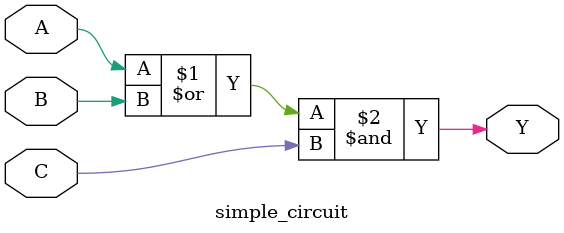
<source format=v>

module simple_circuit ( 
input A, 
input B, 
input C, 
output Y,); 
assign Y=((A|B)&C); 
endmodule
</source>
